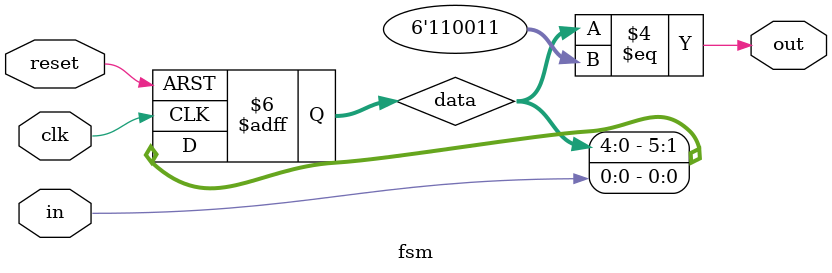
<source format=v>
`timescale 1ns / 1ps
module fsm(
    input clk,
    input reset,
    input in,
    output out
    );
	reg [5:0] data;
	initial begin
		data=6'b0;
	end
	always@(posedge clk,posedge reset)begin
		if(reset==1)begin
			data=6'b0;
		end
		else begin
			data=data<<1;
			data[0]=in;
		end
	end
	assign out=(data==6'b110011);
endmodule

</source>
